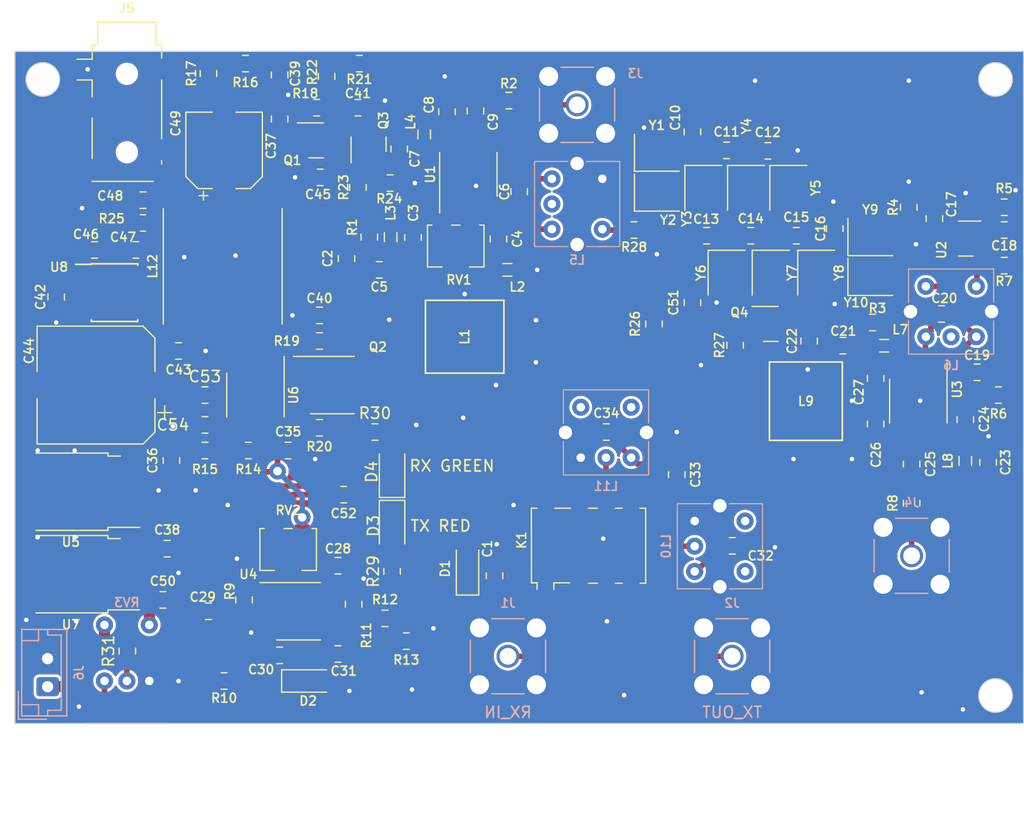
<source format=kicad_pcb>
(kicad_pcb (version 20221018) (generator pcbnew)
  (layers (0 "F.Cu" signal) (31 "B.Cu" signal) (34 "B.Paste" user) (35 "F.Paste" user) (36 "B.SilkS" user "B.Silkscreen") (37 "F.SilkS" user "F.Silkscreen") (38 "B.Mask" user) (39 "F.Mask" user) (44 "Edge.Cuts" user))
  (net 0 "")
  (net 1 "Earth")
  (net 2 "Net-(C2-Pad2)")
  (net 3 "Net-(C4-Pad1)")
  (net 4 "Net-(U1-IN_A)")
  (net 5 "Net-(C3-Pad1)")
  (net 6 "Net-(U1-IN_B)")
  (net 7 "Net-(C5-Pad2)")
  (net 8 "Net-(U1-OUT_A)")
  (net 9 "Net-(U1-OUT_B)")
  (net 10 "+8V")
  (net 11 "Net-(U1-Vcc)")
  (net 12 "Net-(U1-OSC_B)")
  (net 13 "Net-(C16-Pad2)")
  (net 14 "Net-(C9-Pad2)")
  (net 15 "Net-(C10-Pad2)")
  (net 16 "Net-(C11-Pad2)")
  (net 17 "Net-(C12-Pad2)")
  (net 18 "Net-(C13-Pad2)")
  (net 19 "Net-(C14-Pad2)")
  (net 20 "Net-(C15-Pad2)")
  (net 21 "Net-(U2-G2)")
  (net 22 "Net-(U2-S)")
  (net 23 "Net-(U3-IN_B)")
  (net 24 "Net-(U3-IN_A)")
  (net 25 "Net-(C19-Pad2)")
  (net 26 "Net-(C21-Pad1)")
  (net 27 "Net-(U3-Vcc)")
  (net 28 "Net-(U3-OSC_B)")
  (net 29 "Net-(C25-Pad2)")
  (net 30 "/AGC/AGC_IN")
  (net 31 "Net-(U3-OUT_B)")
  (net 32 "Net-(U3-OUT_A)")
  (net 33 "Net-(C27-Pad2)")
  (net 34 "Net-(C26-Pad2)")
  (net 35 "Net-(U4A--)")
  (net 36 "Net-(U4A-+)")
  (net 37 "Net-(D2-A)")
  (net 38 "Net-(D2-K)")
  (net 39 "Net-(C32-Pad2)")
  (net 40 "Net-(C33-Pad1)")
  (net 41 "Net-(Q1-B)")
  (net 42 "Net-(C37-Pad2)")
  (net 43 "Net-(C39-Pad1)")
  (net 44 "Net-(Q3-D)")
  (net 45 "Net-(Q1-C)")
  (net 46 "Net-(U8--)")
  (net 47 "Net-(J1-In)")
  (net 48 "+12V")
  (net 49 "Net-(Q3-G)")
  (net 50 "Net-(C46-Pad1)")
  (net 51 "Net-(C46-Pad2)")
  (net 52 "Net-(J3-In)")
  (net 53 "/Band Pass Filter/BPF_IN")
  (net 54 "/Mixer2/MX2_OUT_TX")
  (net 55 "Net-(U8-BYPASS)")
  (net 56 "/Band Pass Filter/BPF_OUT")
  (net 57 "/Mixer1/MX1_RF_IN")
  (net 59 "/Intermediate Frequency Filter/IF_IN")
  (net 61 "Net-(C48-Pad1)")
  (net 62 "SPK_OUT")
  (net 63 "Net-(J2-In)")
  (net 66 "/Microphone + Audio Amplifier/MIC_OUT")
  (net 67 "+5V")
  (net 68 "Net-(J4-In)")
  (net 70 "+5V_RX")
  (net 71 "+5V_TX")
  (net 72 "/Intermediate Frequency Filter/IF_OUT")
  (net 73 "/AGC/AGC_OUT")
  (net 74 "Net-(R10-Pad1)")
  (net 75 "Net-(U4B--)")
  (net 76 "Net-(J6-Pin_1)")
  (net 77 "Net-(U2-D)")
  (net 80 "Net-(L12-Pad1)")
  (net 81 "Net-(Q2A-G1)")
  (net 82 "Net-(Q2B-G2)")
  (net 84 "Net-(U6A--)")
  (net 85 "Net-(U6A-+)")
  (net 88 "Net-(Q4-D)")
  (net 89 "Net-(Q4-G)")
  (net 90 "Net-(Q4-S)")
  (net 91 "Net-(L5-Pad5)")
  (net 92 "Net-(D3-A)")
  (net 93 "Net-(D4-A)")
  (net 94 "Net-(R31-Pad1)")
  (footprint "Capacitor_SMD:C_0805_2012Metric" (layer "F.Cu") (at 54.61 86.741 180)
    (fp_text reference "C43")
    (fp_text value "106")
  )
  (footprint "Capacitor_SMD:C_0805_2012Metric" (layer "F.Cu") (at 70.739 61.087 180)
    (fp_text reference "R21")
    (fp_text value "102")
  )
  (footprint "Capacitor_SMD:C_0805_2012Metric" (layer "F.Cu") (at 67.183 83.566 180)
    (fp_text reference "C40")
    (fp_text value "106")
  )
  (footprint "Package_TO_SOT_SMD:TO-252-2" (layer "F.Cu") (at 44.998 99.308 180)
    (fp_text reference "U5")
    (fp_text value "L7808")
  )
  (footprint "Capacitor_SMD:C_0805_2012Metric" (layer "F.Cu") (at 73.472 71.755)
    (fp_text reference "R24")
    (fp_text value "103")
  )
  (footprint "Crystal:Crystal_SMD_3225-4Pin_3.2x2.5mm" (layer "F.Cu") (at 111.506 79.756 -90)
    (fp_text reference "Y8")
    (fp_text value "8MHz")
  )
  (footprint "Capacitor_SMD:C_0805_2012Metric" (layer "F.Cu") (at 67.818 62.23 -90)
    (fp_text reference "R22")
    (fp_text value "472")
  )
  (footprint "Capacitor_SMD:C_0805_2012Metric" (layer "F.Cu") (at 67.244 71.247 180)
    (fp_text reference "C45")
    (fp_text value "104")
  )
  (footprint "Inductor_SMD:L_Taiyo-Yuden_NR-10050_9.8x10.0mm" (layer "F.Cu") (at 58.547 79.185 90)
    (fp_text reference "L12")
    (fp_text value "L_Ferrite")
  )
  (footprint "Capacitor_SMD:C_0805_2012Metric" (layer "F.Cu") (at 72.136 93.98)
    (fp_text reference "R30")
    (fp_text value "472")
  )
  (footprint "Capacitor_SMD:C_0805_2012Metric" (layer "F.Cu") (at 116.804 89.193 90)
    (fp_text reference "C27")
    (fp_text value "103")
  )
  (footprint "Capacitor_SMD:C_0805_2012Metric" (layer "F.Cu") (at 104.267 86.233 -90)
    (fp_text reference "R27")
    (fp_text value "103")
  )
  (footprint "Capacitor_SMD:C_0805_2012Metric" (layer "F.Cu") (at 63.627 62.103 -90)
    (fp_text reference "C39")
    (fp_text value "106")
  )
  (footprint "Package_TO_SOT_SMD:SOT-23" (layer "F.Cu") (at 71.562 68.2775 90)
    (fp_text reference "Q3")
    (fp_text value "BS170F")
  )
  (footprint "Package_TO_SOT_SMD:TO-252-2" (layer "F.Cu") (at 44.998 106.674 180)
    (fp_text reference "U7")
    (fp_text value "L7805")
  )
  (footprint "Capacitor_SMD:C_0805_2012Metric" (layer "F.Cu") (at 113.883 86.272 180)
    (fp_text reference "C21")
    (fp_text value "106")
  )
  (footprint "Capacitor_SMD:C_0805_2012Metric" (layer "F.Cu") (at 85 72.517 90)
    (fp_text reference "C6")
    (fp_text value "101")
  )
  (footprint "Capacitor_SMD:C_0805_2012Metric" (layer "F.Cu") (at 95.25 75.946)
    (fp_text reference "R28")
    (fp_text value "470")
  )
  (footprint "Potentiometer_SMD:Potentiometer_Bourns_3224W_Vertical" (layer "F.Cu") (at 64.389 104.468)
    (fp_text reference "RV2")
    (fp_text value "503")
  )
  (footprint "Capacitor_SMD:C_0805_2012Metric" (layer "F.Cu") (at 60.579 61.087 180)
    (fp_text reference "R16")
    (fp_text value "103")
  )
  (footprint "Package_SO:SOIC-8_3.9x4.9mm_P1.27mm" (layer "F.Cu") (at 61.468 90.678 -90)
    (fp_text reference "U6")
    (fp_text value "LM393")
  )
  (footprint "Capacitor_SMD:C_0805_2012Metric" (layer "F.Cu") (at 56.962 95.631 180)
    (fp_text reference "R15")
    (fp_text value "684")
  )
  (footprint "Capacitor_SMD:C_0805_2012Metric" (layer "F.Cu") (at 67.183 85.852 180)
    (fp_text reference "R19")
    (fp_text value "104")
  )
  (footprint "Capacitor_SMD:C_0805_2012Metric" (layer "F.Cu") (at 128.27 79.121)
    (fp_text reference "R7")
    (fp_text value "0")
  )
  (footprint "Capacitor_SMD:C_0805_2012Metric" (layer "F.Cu") (at 63.627 66.04 90)
    (fp_text reference "C37")
    (fp_text value "105")
  )
  (footprint "Capacitor_SMD:C_0805_2012Metric" (layer "F.Cu") (at 43.688 81.915 -90)
    (fp_text reference "C42")
    (fp_text value "222")
  )
  (footprint "Capacitor_SMD:C_0805_2012Metric" (layer "F.Cu") (at 103.505 68.834)
    (fp_text reference "C11")
    (fp_text value "330")
  )
  (footprint "Diode_SMD:D_1206_3216Metric" (layer "F.Cu") (at 73.66 97.536 90)
    (fp_text reference "D4")
    (fp_text value "RX GREEN")
  )
  (footprint "Capacitor_SMD:C_0805_2012Metric" (layer "F.Cu") (at 127.762 90.678 180)
    (fp_text reference "R6")
    (fp_text value "0")
  )
  (footprint "Capacitor_SMD:C_0805_2012Metric" (layer "F.Cu") (at 57.277 61.976 -90)
    (fp_text reference "R17")
    (fp_text value "104")
  )
  (footprint "Inductor_SMD:L_0805_2012Metric" (layer "F.Cu") (at 76.527 67.415 90)
    (fp_text reference "L4")
    (fp_text value "104")
  )
  (footprint "Capacitor_SMD:C_0805_2012Metric" (layer "F.Cu") (at 70.612 65.024 180)
    (fp_text reference "C41")
    (fp_text value "105")
  )
  (footprint "Capacitor_SMD:C_0805_2012Metric" (layer "F.Cu") (at 92.776 93.98)
    (fp_text reference "C34")
    (fp_text value "151")
  )
  (footprint "Capacitor_SMD:C_0805_2012Metric" (layer "F.Cu") (at 113.157 75.819 -90)
    (fp_text reference "C16")
    (fp_text value "330")
  )
  (footprint "Capacitor_SMD:C_0805_2012Metric" (layer "F.Cu") (at 72.517 79.502)
    (fp_text reference "C5")
    (fp_text value "105")
  )
  (footprint "Diode_SMD:D_SOD-123" (layer "F.Cu") (at 66.167 116.205)
    (fp_text reference "D2")
    (fp_text value "MBR0520")
  )
  (footprint "Capacitor_SMD:C_0805_2012Metric" (layer "F.Cu") (at 104.013 104.14 180)
    (fp_text reference "C32")
    (fp_text value "151")
  )
  (footprint "PhilsFootprintLibrary:Relay_DPDT_Omron_G6K-2F-RF" (layer "F.Cu") (at 91.186 104.14 90)
    (fp_text reference "K1")
    (fp_text value "G6K-2F-RF")
  )
  (footprint "Crystal:Crystal_SMD_3225-4Pin_3.2x2.5mm" (layer "F.Cu") (at 107.442 79.756 -90)
    (fp_text reference "Y7")
    (fp_text value "8MHz")
  )
  (footprint "Capacitor_SMD:C_0805_2012Metric" (layer "F.Cu") (at 58.674 116.205)
    (fp_text reference "R10")
    (fp_text value "102")
  )
  (footprint "Crystal:Crystal_SMD_3225-4Pin_3.2x2.5mm" (layer "F.Cu") (at 105.244 72.179 -90)
    (fp_text reference "Y4")
    (fp_text value "8MHz")
  )
  (footprint "Capacitor_SMD:C_0805_2012Metric" (layer "F.Cu") (at 126.837 96.686 90)
    (fp_text reference "C23")
    (fp_text value "104")
  )
  (footprint "Capacitor_SMD:C_0805_2012Metric" (layer "F.Cu") (at 75.531 76.612 90)
    (fp_text reference "C3")
    (fp_text value "103")
  )
  (footprint "Capacitor_SMD:C_0805_2012Metric" (layer "F.Cu") (at 71.628 76.581 -90)
    (fp_text reference "R1")
    (fp_text value "103")
  )
  (footprint "Capacitor_SMD:C_0805_2012Metric" (layer "F.Cu") (at 83.151 76.739 90)
    (fp_text reference "C4")
    (fp_text value "105")
  )
  (footprint "Capacitor_SMD:C_0805_2012Metric" (layer "F.Cu") (at 69.596 78.486 90)
    (fp_text reference "C2")
    (fp_text value "103")
  )
  (footprint "Capacitor_SMD:C_0805_2012Metric" (layer "F.Cu") (at 47.117 77.724)
    (fp_text reference "C46")
    (fp_text value "106")
  )
  (footprint "Capacitor_SMD:C_0805_2012Metric" (layer "F.Cu") (at 56.962 90.678 180)
    (fp_text reference "C53")
    (fp_text value "102")
  )
  (footprint "Capacitor_SMD:C_0805_2012Metric" (layer "F.Cu") (at 68.834 105.918 180)
    (fp_text reference "C28")
    (fp_text value "104")
  )
  (footprint "Capacitor_SMD:C_0805_2012Metric" (layer "F.Cu") (at 84.074 64.389 180)
    (fp_text reference "R2")
    (fp_text value "224")
  )
  (footprint "PhilsFootprintLibrary:Balun_BN-43-2402_SMD" (layer "F.Cu") (at 80.137 85.471 90)
    (fp_text reference "L1")
    (fp_text value "4T:31T")
  )
  (footprint "Capacitor_SMD:C_0805_2012Metric" (layer "F.Cu") (at 100.457 67.183 -90)
    (fp_text reference "C10")
    (fp_text value "330")
  )
  (footprint "Capacitor_SMD:CP_Elec_6.3x3" (layer "F.Cu") (at 58.674 68.834 90)
    (fp_text reference "C49")
    (fp_text value "227")
  )
  (footprint "Capacitor_SMD:C_0805_2012Metric" (layer "F.Cu") (at 70.231 109.347 90)
    (fp_text reference "R11")
    (fp_text value "105")
  )
  (footprint "Capacitor_SMD:C_0805_2012Metric" (layer "F.Cu") (at 63.627 113.919)
    (fp_text reference "C30")
    (fp_text value "104")
  )
  (footprint "Crystal:Crystal_SMD_3225-4Pin_3.2x2.5mm" (layer "F.Cu") (at 116.332 76.581)
    (fp_text reference "Y9")
    (fp_text value "8MHz")
  )
  (footprint "Capacitor_SMD:C_0805_2012Metric" (layer "F.Cu") (at 69.342 99.568 180)
    (fp_text reference "C52")
    (fp_text value "106")
  )
  (footprint "Capacitor_SMD:C_0805_2012Metric" (layer "F.Cu") (at 60.833 95.631 180)
    (fp_text reference "R14")
    (fp_text value "105")
  )
  (footprint "Capacitor_SMD:C_0805_2012Metric" (layer "F.Cu") (at 122.047 74.93 -90)
    (fp_text reference "C17")
    (fp_text value "104")
  )
  (footprint "Capacitor_SMD:C_0805_2012Metric" (layer "F.Cu") (at 60.452 108.966 90)
    (fp_text reference "R9")
    (fp_text value "104")
  )
  (footprint "Capacitor_SMD:C_0805_2012Metric" (layer "F.Cu") (at 53.213 108.966)
    (fp_text reference "C50")
    (fp_text value "104")
  )
  (footprint "Capacitor_SMD:C_0805_2012Metric" (layer "F.Cu") (at 81.099 65.317 90)
    (fp_text reference "C9")
    (fp_text value "104")
  )
  (footprint "Capacitor_SMD:C_0805_2012Metric" (layer "F.Cu") (at 66.929 65.024 180)
    (fp_text reference "R18")
    (fp_text value "104")
  )
  (footprint "Capacitor_SMD:C_0805_2012Metric" (layer "F.Cu") (at 128.27 75.946 180)
    (fp_text reference "C18")
    (fp_text value "104")
  )
  (footprint "Capacitor_SMD:C_0805_2012Metric" (layer "F.Cu") (at 100.457 82.423 90)
    (fp_text reference "C51")
    (fp_text value "104")
  )
  (footprint "Capacitor_SMD:C_0805_2012Metric" (layer "F.Cu") (at 51.435 73.279 180)
    (fp_text reference "C48")
    (fp_text value "473")
  )
  (footprint "Capacitor_SMD:C_0805_2012Metric" (layer "F.Cu") (at 64.389 95.631)
    (fp_text reference "C35")
    (fp_text value "104")
  )
  (footprint "Inductor_SMD:L_0805_2012Metric" (layer "F.Cu") (at 117.566 86.272)
    (fp_text reference "L7")
    (fp_text value "104")
  )
  (footprint "Capacitor_SMD:C_0805_2012Metric" (layer "F.Cu") (at 53.975 96.52 90)
    (fp_text reference "C36")
    (fp_text value "104")
  )
  (footprint "Resistor_SMD:R_0805_2012Metric" (layer "F.Cu") (at 51.435 75.311 180)
    (fp_text reference "R25")
    (fp_text value "47R")
  )
  (footprint "Capacitor_SMD:C_0805_2012Metric" (layer "F.Cu") (at 74.93 112.649 180)
    (fp_text reference "R13")
    (fp_text value "104")
  )
  (footprint "Capacitor_SMD:C_0805_2012Metric" (layer "F.Cu") (at 107.188 68.877)
    (fp_text reference "C12")
    (fp_text value "330")
  )
  (footprint "Package_SO:PowerIntegrations_SO-8" (layer "F.Cu") (at 48.895 81.534)
    (fp_text reference "U8")
    (fp_text value "LM386")
  )
  (footprint "Capacitor_SMD:C_0805_2012Metric" (layer "F.Cu") (at 50.038 113.538 90)
    (fp_text reference "R31")
    (fp_text value "103")
  )
  (footprint "Capacitor_SMD:C_0805_2012Metric" (layer "F.Cu") (at 99.06 97.79 -90)
    (fp_text reference "C33")
    (fp_text value "270")
  )
  (footprint "Capacitor_SMD:C_0805_2012Metric" (layer "F.Cu") (at 128.27 73.914)
    (fp_text reference "R5")
    (fp_text value "221")
  )
  (footprint "Capacitor_SMD:C_0805_2012Metric" (layer "F.Cu") (at 57.277 109.982)
    (fp_text reference "C29")
    (fp_text value "105")
  )
  (footprint "Crystal:Crystal_SMD_3225-4Pin_3.2x2.5mm" (layer "F.Cu") (at 97.282 69.049)
    (fp_text reference "Y1")
    (fp_text value "8MHz")
  )
  (footprint "Crystal:Crystal_SMD_3225-4Pin_3.2x2.5mm" (layer "F.Cu") (at 103.505 79.756 -90)
    (fp_text reference "Y6")
    (fp_text value "8MHz")
  )
  (footprint "Capacitor_SMD:C_0805_2012Metric" (layer "F.Cu") (at 105.664 76.454)
    (fp_text reference "C14")
    (fp_text value "330")
  )
  (footprint "PhilsFootprintLibrary:Balun_BN-43-2402_SMD" (layer "F.Cu") (at 110.581 91.225)
    (fp_text reference "L9")
    (fp_text value "4T:31T")
  )
  (footprint "Capacitor_SMD:C_0805_2012Metric" (layer "F.Cu") (at 74.295 68.707 -90)
    (fp_text reference "C7")
    (fp_text value "104")
  )
  (footprint "Capacitor_SMD:C_0805_2012Metric" (layer "F.Cu") (at 119.761 73.914 90)
    (fp_text reference "R4")
    (fp_text value "471")
  )
  (footprint "Crystal:Crystal_SMD_3225-4Pin_3.2x2.5mm" (layer "F.Cu") (at 97.282 72.605)
    (fp_text reference "Y2")
    (fp_text value "8MHz")
  )
  (footprint "Potentiometer_SMD:Potentiometer_Bourns_3224W_Vertical" (layer "F.Cu") (at 79.341 77.374)
    (fp_text reference "RV1")
    (fp_text value "503")
  )
  (footprint "Package_SO:SO-8_3.9x4.9mm_P1.27mm" (layer "F.Cu") (at 120.614 91.225 -90)
    (fp_text reference "U3")
    (fp_text value "SA612")
  )
  (footprint "Capacitor_SMD:C_0805_2012Metric" (layer "F.Cu") (at 101.727 76.454)
    (fp_text reference "C13")
    (fp_text value "330")
  )
  (footprint "Crystal:Crystal_SMD_3225-4Pin_3.2x2.5mm" (layer "F.Cu") (at 109.018 72.179 -90)
    (fp_text reference "Y5")
    (fp_text value "8MHz")
  )
  (footprint "Inductor_SMD:L_0805_2012Metric" (layer "F.Cu") (at 73.533 76.581 90)
    (fp_text reference "L3")
    (fp_text value "104")
  )
  (footprint "Package_SO:SO-8_3.9x4.9mm_P1.27mm" (layer "F.Cu") (at 65.313 109.982)
    (fp_text reference "U4")
    (fp_text value "LM358")
  )
  (footprint "Package_SO:SOIC-8_3.9x4.9mm_P1.27mm" (layer "F.Cu") (at 68.326 89.789)
    (fp_text reference "Q2")
    (fp_text value "IRF7324")
  )
  (footprint "Package_TO_SOT_SMD:SOT-23" (layer "F.Cu") (at 107.442 84.328)
    (fp_text reference "Q4")
    (fp_text value "BS170F")
  )
  (footprint "Crystal:Crystal_SMD_3225-4Pin_3.2x2.5mm" (layer "F.Cu") (at 116.332 80.137)
    (fp_text reference "Y10")
    (fp_text value "8MHz")
  )
  (footprint "Package_SO:SO-8_3.9x4.9mm_P1.27mm" (layer "F.Cu") (at 80.464 70.971 90)
    (fp_text reference "U1")
    (fp_text value "SA612")
  )
  (footprint "Capacitor_SMD:C_0805_2012Metric" (layer "F.Cu") (at 110.871 85.852 90)
    (fp_text reference "C22")
    (fp_text value "103")
  )
  (footprint "Capacitor_SMD:C_0805_2012Metric" (layer "F.Cu") (at 120.015 100.33 90)
    (fp_text reference "R8")
    (fp_text value "224")
  )
  (footprint "Crystal:Crystal_SMD_3225-4Pin_3.2x2.5mm" (layer "F.Cu") (at 101.434 72.179 -90)
    (fp_text reference "Y3")
    (fp_text value "8MHz")
  )
  (footprint "PhilsFootprintLibrary:Jack_3.5mm_PJ342_Horizontal2" (layer "F.Cu") (at 50 66.3)
    (fp_text reference "J5")
    (fp_text value "AudioJack3_Ground_SwitchTR")
  )
  (footprint "Capacitor_SMD:C_0805_2012Metric" (layer "F.Cu") (at 70.612 72.136 90)
    (fp_text reference "R23")
    (fp_text value "104")
  )
  (footprint "Capacitor_SMD:C_0805_2012Metric" (layer "F.Cu") (at 53.594 104.394)
    (fp_text reference "C38")
    (fp_text value "104")
  )
  (footprint "Inductor_SMD:L_0805_2012Metric" (layer "F.Cu") (at 124.805 96.559 90)
    (fp_text reference "L8")
    (fp_text value "104")
  )
  (footprint "Capacitor_SMD:C_0805_2012Metric" (layer "F.Cu") (at 82.804 106.807 -90)
    (fp_text reference "C1")
    (fp_text value "104")
  )
  (footprint "Capacitor_SMD:C_0805_2012Metric" (layer "F.Cu") (at 97.028 84.328 90)
    (fp_text reference "R26")
    (fp_text value "104")
  )
  (footprint "Capacitor_SMD:C_0805_2012Metric" (layer "F.Cu") (at 120.015 96.84 -90)
    (fp_text reference "C25")
    (fp_text value "104")
  )
  (footprint "Diode_SMD:D_1206_3216Metric" (layer "F.Cu") (at 73.66 102.362 -90)
    (fp_text reference "D3")
    (fp_text value "TX RED")
  )
  (footprint "Capacitor_SMD:C_0805_2012Metric" (layer "F.Cu") (at 122.682 83.439)
    (fp_text reference "C20")
    (fp_text value "101")
  )
  (footprint "Capacitor_SMD:C_0805_2012Metric" (layer "F.Cu") (at 73.66 106.426 90)
    (fp_text reference "R29")
    (fp_text value "472")
  )
  (footprint "Capacitor_SMD:C_0805_2012Metric" (layer "F.Cu") (at 56.962 93.345 180)
    (fp_text reference "C54")
    (fp_text value "104")
  )
  (footprint "Capacitor_SMD:C_0805_2012Metric" (layer "F.Cu") (at 50.8 77.724)
    (fp_text reference "C47")
    (fp_text value "106")
  )
  (footprint "Package_TO_SOT_SMD:SOT-143R" (layer "F.Cu") (at 124.841 76.708 -90)
    (fp_text reference "U2")
    (fp_text value "BF998R")
  )
  (footprint "Capacitor_SMD:C_0805_2012Metric" (layer "F.Cu") (at 116.525 84.201)
    (fp_text reference "R3")
    (fp_text value "104")
  )
  (footprint "Capacitor_SMD:CP_Elec_10x12.6" (layer "F.Cu") (at 47.244 89.789 180)
    (fp_text reference "C44")
    (fp_text value "227")
  )
  (footprint "Package_TO_SOT_SMD:SOT-23" (layer "F.Cu") (at 66.8805 67.945)
    (fp_text reference "Q1")
    (fp_text value "S9014")
  )
  (footprint "Capacitor_SMD:C_0805_2012Metric" (layer "F.Cu") (at 68.834 113.792 180)
    (fp_text reference "C31")
    (fp_text value "106")
  )
  (footprint "Inductor_SMD:L_0805_2012Metric" (layer "F.Cu") (at 83.947 79.502)
    (fp_text reference "L2")
    (fp_text value "104")
  )
  (footprint "Capacitor_SMD:C_0805_2012Metric" (layer "F.Cu") (at 78.559 65.383 90)
    (fp_text reference "C8")
    (fp_text value "104")
  )
  (footprint "Capacitor_SMD:C_0805_2012Metric" (layer "F.Cu") (at 125.857 88.646)
    (fp_text reference "C19")
    (fp_text value "104")
  )
  (footprint "Capacitor_SMD:C_0805_2012Metric" (layer "F.Cu") (at 124.805 92.876 90)
    (fp_text reference "C24")
    (fp_text value "104")
  )
  (footprint "Capacitor_SMD:C_0805_2012Metric" (layer "F.Cu") (at 109.728 76.454)
    (fp_text reference "C15")
    (fp_text value "330")
  )
  (footprint "Capacitor_SMD:C_0805_2012Metric" (layer "F.Cu") (at 67.183 93.599 180)
    (fp_text reference "R20")
    (fp_text value "104")
  )
  (footprint "Capacitor_SMD:C_0805_2012Metric" (layer "F.Cu") (at 73.025 110.617)
    (fp_text reference "R12")
    (fp_text value "102")
  )
  (footprint "Diode_SMD:D_SOD-123" (layer "F.Cu") (at 80.391 106.172 90)
    (fp_text reference "D1")
    (fp_text value "1N4148W")
  )
  (footprint "Capacitor_SMD:C_0805_2012Metric" (layer "F.Cu") (at 116.804 93.257 -90)
    (fp_text reference "C26")
    (fp_text value "103")
  )
  (footprint "PhilsFootprintLibrary:L_Coilcraft_Slot7_15" (layer "B.Cu") (at 92.746 94.016)
    (fp_text reference "L11")
    (fp_text value "18T+13T")
  )
  (footprint "PhilsFootprintLibrary:L_Coilcraft_Slot7_15" (layer "B.Cu") (at 90.17 73.621 -90)
    (fp_text reference "L5")
    (fp_text value "9T+9T:7T")
  )
  (footprint "Connector_Coaxial:SMA_Amphenol_901-144_Vertical" (layer "B.Cu") (at 90.17 64.77 180)
    (fp_text reference "J3")
    (fp_text value "VFO1")
  )
  (footprint "PhilsFootprintLibrary:L_Coilcraft_Slot7_15" (layer "B.Cu") (at 123.535 83.224)
    (fp_text reference "L6")
    (fp_text value "9T+9T:7T")
  )
  (footprint "Connector_JST:JST_EH_B2B-EH-A_1x02_P2.50mm_Vertical" (layer "B.Cu") (at 42.926 116.713 90)
    (fp_text reference "J6")
    (fp_text value "Conn_01x02")
  )
  (footprint "Connector_Coaxial:SMA_Amphenol_901-144_Vertical" (layer "B.Cu") (at 84 114 180)
    (fp_text reference "J1")
    (fp_text value "RX_IN")
  )
  (footprint "Connector_Coaxial:SMA_Amphenol_901-144_Vertical" (layer "B.Cu") (at 120.015 105.029 180)
    (fp_text reference "J4")
    (fp_text value "VFO2")
  )
  (footprint "PhilsFootprintLibrary:Potentiometer_Switch" (layer "B.Cu") (at 50 116.2 180)
    (fp_text reference "RV3")
    (fp_text value "R_Potentiometer_Switch")
    (fp_line (start -3.8 -3.8) (end 3.8 -3.8) (stroke (width 0.12)) (layer "Edge.Cuts"))
  )
  (footprint "Connector_Coaxial:SMA_Amphenol_901-144_Vertical" (layer "B.Cu") (at 104 114 180)
    (fp_text reference "J2")
    (fp_text value "TX_OUT")
  )
  (footprint "PhilsFootprintLibrary:L_Coilcraft_Slot7_15" (layer "B.Cu") (at 102.906 104.176 -90)
    (fp_text reference "L10")
    (fp_text value "18T+13T")
  )
  (gr_line (start 40 120) (end 40 60) (stroke (width 0.1)) (layer "Edge.Cuts"))
  (gr_circle (center 42.5 62.5) (end 44 62.5) (stroke (width 0.1)) (fill none) (layer "Edge.Cuts"))
  (gr_line (start 40 60) (end 130 60) (stroke (width 0.1)) (layer "Edge.Cuts"))
  (gr_circle (center 127.5 117.5) (end 129 117.5) (stroke (width 0.1)) (fill none) (layer "Edge.Cuts"))
  (gr_line (start 130 60) (end 130 120) (stroke (width 0.1)) (layer "Edge.Cuts"))
  (gr_line (start 130 120) (end 53.8 120) (stroke (width 0.1)) (layer "Edge.Cuts"))
  (gr_line (start 46.2 120) (end 40 120) (stroke (width 0.1)) (layer "Edge.Cuts"))
  (gr_circle (center 127.5 62.5) (end 129 62.5) (stroke (width 0.1)) (fill none) (layer "Edge.Cuts"))
  (segment (start 81.099 72.063) (end 81.153 72.009) (width 0.5) (layer "F.Cu") (net 1))
  (segment (start 81.099 73.546) (end 81.099 72.063) (width 0.5) (layer "F.Cu") (net 1))
  (via (at 75.438 116.967) (size 0.8) (drill 0.4) (layers "F.Cu" "B.Cu") (net 1))
  (via (at 113.157 82.55) (size 0.8) (drill 0.4) (layers "F.Cu" "B.Cu") (net 1))
  (via (at 43.688 84.201) (size 0.8) (drill 0.4) (layers "F.Cu" "B.Cu") (net 1))
  (via (at 97.282 78.105) (size 0.8) (drill 0.4) (layers "F.Cu" "B.Cu") (net 1))
  (via (at 42.037 95.631) (size 0.8) (drill 0.4) (layers "F.Cu" "B.Cu") (net 1))
  (via (at 129.286 72.39) (size 0.8) (drill 0.4) (layers "F.Cu" "B.Cu") (net 1))
  (via (at 119.761 62.611) (size 0.8) (drill 0.4) (layers "F.Cu" "B.Cu") (net 1))
  (via (at 107.823 104.267) (size 0.8) (drill 0.4) (layers "F.Cu" "B.Cu") (net 1))
  (via (at 92.837 110.871) (size 0.8) (drill 0.4) (layers "F.Cu" "B.Cu") (net 1))
  (via (at 110.744 88.392) (size 0.8) (drill 0.4) (layers "F.Cu" "B.Cu") (net 1))
  (via (at 119.761 71.628) (size 0.8) (drill 0.4) (layers "F.Cu" "B.Cu") (net 1))
  (via (at 86.614 79.502) (size 0.8) (drill 0.4) (layers "F.Cu" "B.Cu") (net 1))
  (via (at 66.802 96.393) (size 0.8) (drill 0.4) (layers "F.Cu" "B.Cu") (net 1))
  (via (at 114.681 91.186) (size 0.8) (drill 0.4) (layers "F.Cu" "B.Cu") (net 1))
  (via (at 46 74) (size 0.8) (drill 0.4) (layers "F.Cu" "B.Cu") (net 1))
  (via (at 83 104) (size 0.8) (drill 0.4) (layers "F.Cu" "B.Cu") (net 1))
  (via (at 126.873 94.361) (size 0.8) (drill 0.4) (layers "F.Cu" "B.Cu") (net 1))
  (via (at 120.904 117.221) (size 0.8) (drill 0.4) (layers "F.Cu" "B.Cu") (net 1))
  (via (at 109.855 68.834) (size 0.8) (drill 0.4) (layers "F.Cu" "B.Cu") (net 1))
  (via (at 80.137 81.661) (size 0.8) (drill 0.4) (layers "F.Cu" "B.Cu") (net 1))
  (via (at 61.087 111.887) (size 0.8) (drill 0.4) (layers "F.Cu" "B.Cu") (net 1))
  (via (at 54.102 93.472) (size 0.8) (drill 0.4) (layers "F.Cu" "B.Cu") (net 1))
  (via (at 54.61 106.553) (size 0.8) (drill 0.4) (layers "F.Cu" "B.Cu") (net 1))
  (via (at 45.339 95.631) (size 0.8) (drill 0.4) (layers "F.Cu" "B.Cu") (net 1))
  (via (at 73.406 83.947) (size 0.8) (drill 0.4) (layers "F.Cu" "B.Cu") (net 1))
  (via (at 99.06 93.98) (size 0.8) (drill 0.4) (layers "F.Cu" "B.Cu") (net 1))
  (via (at 81.153 72.009) (size 0.8) (drill 0.4) (layers "F.Cu" "B.Cu") (net 1))
  (via (at 54.61 116.205) (size 0.8) (drill 0.4) (layers "F.Cu" "B.Cu") (net 1))
  (via (at 96.139 66.802) (size 0.8) (drill 0.4) (layers "F.Cu" "B.Cu") (net 1))
  (via (at 71.12 107.061) (size 0.8) (drill 0.4) (layers "F.Cu" "B.Cu") (net 1))
  (via (at 78.359 62.23) (size 0.8) (drill 0.4) (layers "F.Cu" "B.Cu") (net 1))
  (via (at 84.5 100.5) (size 0.8) (drill 0.4) (layers "F.Cu" "B.Cu") (net 1))
  (via (at 120.396 77.216) (size 0.8) (drill 0.4) (layers "F.Cu" "B.Cu") (net 1))
  (via (at 45.72 118.491) (size 0.8) (drill 0.4) (layers "F.Cu" "B.Cu") (net 1))
  (via (at 64.77 83.566) (size 0.8) (drill 0.4) (layers "F.Cu" "B.Cu") (net 1))
  (via (at 45.466 110.871) (size 0.8) (drill 0.4) (layers "F.Cu" "B.Cu") (net 1))
  (via (at 73.025 64.389) (size 0.8) (drill 0.4) (layers "F.Cu" "B.Cu") (net 1))
  (via (at 101.219 88.011) (size 0.8) (drill 0.4) (layers "F.Cu" "B.Cu") (net 1))
  (via (at 45.339 103.378) (size 0.8) (drill 0.4) (layers "F.Cu" "B.Cu") (net 1))
  (via (at 59 100.5) (size 0.8) (drill 0.4) (layers "F.Cu" "B.Cu") (net 1))
  (via (at 113.03 73.406) (size 0.8) (drill 0.4) (layers "F.Cu" "B.Cu") (net 1))
  (via (at 109.474 96.393) (size 0.8) (drill 0.4) (layers "F.Cu" "B.Cu") (net 1))
  (via (at 75.692 71.755) (size 0.8) (drill 0.4) (layers "F.Cu" "B.Cu") (net 1))
  (via (at 52.832 99.187) (size 0.8) (drill 0.4) (layers "F.Cu" "B.Cu") (net 1))
  (via (at 57.023 86.741) (size 0.8) (drill 0.4) (layers "F.Cu" "B.Cu") (net 1))
  (via (at 75.819 93.345) (size 0.8) (drill 0.4) (layers "F.Cu" "B.Cu") (net 1))
  (via (at 42.037 103.378) (size 0.8) (drill 0.4) (layers "F.Cu" "B.Cu") (net 1))
  (via (at 59.817 105.283) (size 0.8) (drill 0.4) (layers "F.Cu" "B.Cu") (net 1))
  (via (at 64.389 63.881) (size 0.8) (drill 0.4) (layers "F.Cu" "B.Cu") (net 1))
  (via (at 80.01 92.71) (size 0.8) (drill 0.4) (layers "F.Cu" "B.Cu") (net 1))
  (via (at 56.134 99.187) (size 0.8) (drill 0.4) (layers "F.Cu" "B.Cu") (net 1))
  (via (at 46.5 61.6) (size 0.8) (drill 0.4) (layers "F.Cu" "B.Cu") (net 1))
  (via (at 86.487 87.757) (size 0.8) (drill 0.4) (layers "F.Cu" "B.Cu") (net 1))
  (via (at 55.118 78.359) (size 0.8) (drill 0.4) (layers "F.Cu" "B.Cu") (net 1))
  (via (at 77.343 111.506) (size 0.8) (drill 0.4) (layers "F.Cu" "B.Cu") (net 1))
  (via (at 59.69 78.232) (size 0.8) (drill 0.4) (layers "F.Cu" "B.Cu") (net 1))
  (via (at 86.5 84) (size 0.8) (drill 0.4) (layers "F.Cu" "B.Cu") (net 1))
  (via (at 82.931 89.789) (size 0.8) (drill 0.4) (layers "F.Cu" "B.Cu") (net 1))
  (via (at 94.361 117.475) (size 0.8) (drill 0.4) (layers "F.Cu" "B.Cu") (net 1))
  (via (at 124.587 118.745) (size 0.8) (drill 0.4) (layers "F.Cu" "B.Cu") (net 1))
  (via (at 102.616 82.423) (size 0.8) (drill 0.4) (layers "F.Cu" "B.Cu") (net 1))
  (via (at 124.841 72.644) (size 0.8) (drill 0.4) (layers "F.Cu" "B.Cu") (net 1))
  (via (at 120.777 91.186) (size 0.8) (drill 0.4) (layers "F.Cu" "B.Cu") (net 1))
  (via (at 69.85 117.094) (size 0.8) (drill 0.4) (layers "F.Cu" "B.Cu") (net 1))
  (via (at 114.681 96.393) (size 0.8) (drill 0.4) (layers "F.Cu" "B.Cu") (net 1))
  (via (at 65 71.247) (size 0.8) (drill 0.4) (layers "F.Cu" "B.Cu") (net 1))
  (via (at 41.021 110.744) (size 0.8) (drill 0.4) (layers "F.Cu" "B.Cu") (net 1))
  (via (at 106.045 62.611) (size 0.8) (drill 0.4) (layers "F.Cu" "B.Cu") (net 1))
  (via (at 92.5 103.5) (size 0.8) (drill 0.4) (layers "F.Cu" "B.Cu") (net 1))
  (segment (start 71.628 77.531) (end 71.628 79.441) (width 0.5) (layer "F.Cu") (net 2))
  (segment (start 71.628 79.441) (end 71.567 79.502) (width 0.5) (layer "F.Cu") (net 2))
  (segment (start 69.601 77.531) (end 69.596 77.536) (width 0.5) (layer "F.Cu") (net 2))
  (segment (start 71.628 77.531) (end 69.601 77.531) (width 0.5) (layer "F.Cu") (net 2))
  (segment (start 83.151 77.689) (end 83.151 79.2355) (width 0.5) (layer "F.Cu") (net 3))
  (segment (start 83.151 79.2355) (end 82.8845 79.502) (width 0.5) (layer "F.Cu") (net 3))
  (segment (start 82.8845 79.502) (end 82.8845 81.2185) (width 0.5) (layer "F.Cu") (net 3))
  (segment (start 82.8845 81.2185) (end 82.887 81.221) (width 0.5) (layer "F.Cu") (net 3))
  (segment (start 77.829 75.662) (end 78.091 75.924) (width 0.5) (layer "F.Cu") (net 4))
  (segment (start 78.559 75.456) (end 78.091 75.924) (width 0.5) (layer "F.Cu") (net 4))
  (segment (start 73.6765 75.662) (end 73.533 75.5185) (width 0.5) (layer "F.Cu") (net 4))
  (segment (start 78.559 73.546) (end 78.559 75.456) (width 0.5) (layer "F.Cu") (net 4))
  (segment (start 75.531 75.662) (end 73.6765 75.662) (width 0.5) (layer "F.Cu") (net 4))
  (segment (start 75.531 75.662) (end 77.829 75.662) (width 0.5) (layer "F.Cu") (net 4))
  (segment (start 77.387 81.221) (end 77.387 79.418) (width 0.5) (layer "F.Cu") (net 5))
  (segment (start 77.387 79.418) (end 75.531 77.562) (width 0.5) (layer "F.Cu") (net 5))
  (segment (start 79.829 73.546) (end 79.829 75.162) (width 0.5) (layer "F.Cu") (net 6))
  (segment (start 79.829 75.162) (end 80.591 75.924) (width 0.5) (layer "F.Cu") (net 6))
  (segment (start 83.151 75.789) (end 80.726 75.789) (width 0.5) (layer "F.Cu") (net 6))
  (segment (start 80.726 75.789) (end 80.591 75.924) (width 0.5) (layer "F.Cu") (net 6))
  (segment (start 73.533 77.6435) (end 73.533 79.436) (width 0.5) (layer "F.Cu") (net 7))
  (segment (start 73.533 79.436) (end 73.467 79.502) (width 0.5) (layer "F.Cu") (net 7))
  (segment (start 85.471 73.938) (end 85.471 75.438) (width 0.5) (layer "F.Cu") (net 8))
  (segment (start 82.369 73.546) (end 84.921 73.546) (width 0.5) (layer "F.Cu") (net 8))
  (segment (start 85 73.467) (end 85.471 73.938) (width 0.5) (layer "F.Cu") (net 8))
  (segment (start 84.921 73.546) (end 85 73.467) (width 0.5) (layer "F.Cu") (net 8))
  (segment (start 85.904 75.871) (end 87.92 75.871) (width 0.5) (layer "F.Cu") (net 8))
  (segment (start 85.471 75.438) (end 85.904 75.871) (width 0.5) (layer "F.Cu") (net 8))
  (segment (start 82.369 68.396) (end 82.369 70.939) (width 0.5) (layer "F.Cu") (net 9))
  (segment (start 82.369 70.939) (end 82.931 71.501) (width 0.5) (layer "F.Cu") (net 9))
  (segment (start 82.931 71.501) (end 83.061 71.371) (width 0.5) (layer "F.Cu") (net 9))
  (segment (start 83.061 71.371) (end 87.92 71.371) (width 0.5) (layer "F.Cu") (net 9))
  (segment (start 72.121 60.655) (end 71.689 61.087) (width 0.5) (layer "F.Cu") (net 10))
  (segment (start 52.832 97.536) (end 50.344 97.536) (width 0.5) (layer "F.Cu") (net 10))
  (segment (start 128.712 90.678) (end 128.712 81.595) (width 0.5) (layer "F.Cu") (net 10))
  (segment (start 128 100.8165) (end 124.805 97.6215) (width 0.5) (layer "F.Cu") (net 10))
  (segment (start 121.666 119.126) (end 123 117.792) (width 0.5) (layer "F.Cu") (net 10))
  (segment (start 128 110) (end 128 100.8165) (width 0.5) (layer "F.Cu") (net 10))
  (segment (start 67.114472 108.397) (end 66.548 108.963472) (width 0.5) (layer "F.Cu") (net 10))
  (segment (start 65.639 103.018) (end 65.639 103.673) (width 0.5) (layer "F.Cu") (net 10))
  (segment (start 65.639 101.6) (end 65.639 103.018) (width 0.5) (layer "F.Cu") (net 10))
  (segment (start 75.8065 67.757) (end 76.527 68.4775) (width 0.5) (layer "F.Cu") (net 10))
  (segment (start 126.8225 97.6215) (end 126.837 97.636) (width 0.5) (layer "F.Cu") (net 10))
  (segment (start 61.783 95.631) (end 63.688 95.631) (width 0.5) (layer "F.Cu") (net 10))
  (segment (start 120.345 60.655) (end 72.121 60.655) (width 0.5) (layer "F.Cu") (net 10))
  (segment (start 128.651 95.822) (end 126.837 97.636) (width 0.5) (layer "F.Cu") (net 10))
  (segment (start 128.712 81.595) (end 128.27 81.153) (width 0.5) (layer "F.Cu") (net 10))
  (segment (start 70.231 108.397) (end 67.114472 108.397) (width 0.5) (layer "F.Cu") (net 10))
  (segment (start 67.888 108.077) (end 69.911 108.077) (width 0.5) (layer "F.Cu") (net 10))
  (segment (start 63.373 95.316) (end 63.754 95.697) (width 0.5) (layer "F.Cu") (net 10))
  (segment (start 63.373 93.153) (end 63.373 95.316) (width 0.5) (layer "F.Cu") (net 10))
  (segment (start 66.548 118.11) (end 67.564 119.126) (width 0.5) (layer "F.Cu") (net 10))
  (segment (start 67.888 105.922) (end 67.884 105.918) (width 0.5) (layer "F.Cu") (net 10))
  (segment (start 67.564 119.126) (end 121.666 119.126) (width 0.5) (layer "F.Cu") (net 10))
  (segment (start 74.295 67.757) (end 75.8065 67.757) (width 0.5) (layer "F.Cu") (net 10))
  (segment (start 128.27 81.153) (end 128.27 68.58) (width 0.5) (layer "F.Cu") (net 10))
  (segment (start 63.439 97.47) (end 63.373 97.536) (width 0.5) (layer "F.Cu") (net 10))
  (segment (start 128.27 68.58) (end 120.345 60.655) (width 0.5) (layer "F.Cu") (net 10))
  (segment (start 69.911 108.077) (end 70.231 108.397) (width 0.5) (layer "F.Cu") (net 10))
  (segment (start 124.805 97.6215) (end 126.8225 97.6215) (width 0.5) (layer "F.Cu") (net 10))
  (segment (start 128.651 90.231) (end 128.651 95.822) (width 0.5) (layer "F.Cu") (net 10))
  (segment (start 63.688 95.631) (end 63.754 95.697) (width 0.5) (layer "F.Cu") (net 10))
  (segment (start 123 115) (end 128 110) (width 0.5) (layer "F.Cu") (net 10))
  (segment (start 67.888 108.077) (end 67.888 105.922) (width 0.5) (layer "F.Cu") (net 10))
  (segment (start 66.548 108.963472) (end 66.548 118.11) (width 0.5) (layer "F.Cu") (net 10))
  (segment (start 50.344 97.536) (end 49.975 97.167) (width 0.5) (layer "F.Cu") (net 10))
  (segment (start 63.439 95.631) (end 63.439 97.47) (width 0.5) (layer "F.Cu") (net 10))
  (segment (start 74.295 63.693) (end 74.295 67.757) (width 0.5) (layer "F.Cu") (net 10))
  (segment (start 63.373 97.536) (end 52.832 97.536) (width 0.5) (layer "F.Cu") (net 10))
  (segment (start 65.639 103.673) (end 67.884 105.918) (width 0.5) (layer "F.Cu") (net 10))
  (segment (start 71.689 61.087) (end 74.295 63.693) (width 0.5) (layer "F.Cu") (net 10))
  (segment (start 123 117.792) (end 123 115) (width 0.5) (layer "F.Cu") (net 10))
  (via (at 63.439 97.47) (size 1.5) (drill 0.762) (layers "F.Cu" "B.Cu") (net 10))
  (via (at 65.639 101.6) (size 1.5) (drill 0.762) (layers "F.Cu" "B.Cu") (net 10))
  (segment (start 65.639 101.6) (end 65.639 99.67) (width 0.5) (layer "B.Cu") (net 10))
  (segment (start 65.639 99.67) (end 63.439 97.47) (width 0.5) (layer "B.Cu") (net 10))
  (segment (start 78.559 66.333) (end 76.5465 66.333) (width 0.5) (layer "F.Cu") (net 11))
  (segment (start 76.5465 66.333) (end 76.527 66.3525) (width 0.5) (layer "F.Cu") (net 11))
  (segment (start 78.559 66.333) (end 78.559 68.396) (width 0.5) (layer "F.Cu") (net 11))
  (segment (start 81.099 68.396) (end 81.099 66.267) (width 0.5) (layer "F.Cu") (net 12))
  (segment (start 112.356 80.856) (end 113.792 80.856) (width 0.5) (layer "F.Cu") (net 13))
  (segment (start 113.792 80.856) (end 115.101 80.856) (width 0.5) (layer "F.Cu") (net 13))
  (segment (start 113.819 77.431) (end 115.232 77.431) (width 0.5) (layer "F.Cu") (net 13))
  (segment (start 113.792 80.856) (end 113.792 77.458) (width 0.5) (layer "F.Cu") (net 13))
  (segment (start 115.101 80.856) (end 115.232 80.987) (width 0.5) (layer "F.Cu") (net 13))
  (segment (start 113.792 77.458) (end 113.819 77.431) (width 0.5) (layer "F.Cu") (net 13))
  (segment (start 113.157 76.769) (end 113.819 77.431) (width 0.5) (layer "F.Cu") (net 13))
  (segment (start 83.102 64.367) (end 83.124 64.389) (width 0.5) (layer "F.Cu") (net 14))
  (segment (start 81.099 64.367) (end 83.102 64.367) (width 0.5) (layer "F.Cu") (net 14))
  (segment (start 98.382 71.755) (end 99.908 71.755) (width 0.5) (layer "F.Cu") (net 15))
  (segment (start 98.382 68.199) (end 100.391 68.199) (width 0.5) (layer "F.Cu") (net 15))
  (segment (start 99.908 71.755) (end 100.584 71.079) (width 0.5) (layer "F.Cu") (net 15))
  (segment (start 100.391 68.199) (end 100.457 68.133) (width 0.5) (layer "F.Cu") (net 15))
  (segment (start 100.584 68.26) (end 100.457 68.133) (width 0.5) (layer "F.Cu") (net 15))
  (segment (start 100.584 71.079) (end 100.584 68.26) (width 0.5) (layer "F.Cu") (net 15))
  (segment (start 104.394 71.079) (end 104.394 68.895) (width 0.5) (layer "F.Cu") (net 16))
  (segment (start 102.284 73.279) (end 102.284 73.189) (width 0.5) (layer "F.Cu") (net 16))
  (segment (start 104.394 68.895) (end 104.455 68.834) (width 0.5) (layer "F.Cu") (net 16))
  (segment (start 102.284 73.189) (end 104.394 71.079) (width 0.5) (layer "F.Cu") (net 16))
  (segment (start 108.168 71.079) (end 108.168 68.907) (width 0.5) (layer "F.Cu") (net 17))
  (segment (start 108.168 68.907) (end 108.138 68.877) (width 0.5) (layer "F.Cu") (net 17))
  (segment (start 106.094 73.153) (end 108.168 71.079) (width 0.5) (layer "F.Cu") (net 17))
  (segment (start 106.094 73.279) (end 106.094 73.153) (width 0.5) (layer "F.Cu") (net 17))
  (segment (start 108.717 74.93) (end 103.378 74.93) (width 0.5) (layer "F.Cu") (net 18))
  (segment (start 102.655 76.476) (end 102.677 76.454) (width 0.5) (layer "F.Cu") (net 18))
  (segment (start 102.677 75.631) (end 102.677 76.454) (width 0.5) (layer "F.Cu") (net 18))
  (segment (start 109.868 73.779) (end 108.717 74.93) (width 0.5) (layer "F.Cu") (net 18))
  (segment (start 109.868 73.279) (end 109.868 73.779) (width 0.5) (layer "F.Cu") (net 18))
  (segment (start 102.655 78.656) (end 102.655 76.476) (width 0.5) (layer "F.Cu") (net 18))
  (segment (start 103.378 74.93) (end 102.677 75.631) (width 0.5) (layer "F.Cu") (net 18))
  (segment (start 104.355 80.856) (end 104.392 80.856) (width 0.5) (layer "F.Cu") (net 19))
  (segment (start 104.392 80.856) (end 106.592 78.656) (width 0.5) (layer "F.Cu") (net 19))
  (segment (start 106.614 76.454) (end 106.614 78.634) (width 0.5) (layer "F.Cu") (net 19))
  (segment (start 106.614 78.634) (end 106.592 78.656) (width 0.5) (layer "F.Cu") (net 19))
  (segment (start 110.678 76.454) (end 110.678 78.634) (width 0.5) (layer "F.Cu") (net 20))
  (segment (start 110.678 78.634) (end 110.656 78.656) (width 0.5) (layer "F.Cu") (net 20))
  (segment (start 108.292 80.856) (end 108.456 80.856) (width 0.5) (layer "F.Cu") (net 20))
  (segment (start 108.456 80.856) (end 110.656 78.656) (width 0.5) (layer "F.Cu") (net 20))
  (segment (start 122.428 77.658) (end 122.428 76.261) (width 0.5) (layer "F.Cu") (net 21))
  (segment (start 119.126 80.645) (end 122.113 77.658) (width 0.5) (layer "F.Cu") (net 21))
  (segment (start 122.428 76.261) (end 122.047 75.88) (width 0.5) (layer "F.Cu") (net 21))
  (segment (start 117.475 84.201) (end 117.475 83.312) (width 0.5) (layer "F.Cu") (net 21))
  (segment (start 122.113 77.658) (end 122.428 77.658) (width 0.5) (layer "F.Cu") (net 21))
  (segment (start 123.841 77.658) (end 122.428 77.658) (width 0.5) (layer "F.Cu") (net 21))
  (segment (start 119.126 81.661) (end 119.126 80.645) (width 0.5) (layer "F.Cu") (net 21))
  (segment (start 117.475 83.312) (end 119.126 81.661) (width 0.5) (layer "F.Cu") (net 21))
  (segment (start 125.841 75.958) (end 127.308 75.958) (width 0.5) (layer "F.Cu") (net 22))
  (segment (start 127.308 75.958) (end 127.32 75.946) (width 0.5) (layer "F.Cu") (net 22))
  (segment (start 127.32 73.914) (end 127.32 75.946) (width 0.5) (layer "F.Cu") (net 22))
  (segment (start 121.249 85.51) (end 121.285 85.474) (width 0.5) (layer "F.Cu") (net 23))
  (segment (start 121.732 83.439) (end 121.732 85.027) (width 0.5) (layer "F.Cu") (net 23))
  (segment (start 121.732 85.027) (end 121.285 85.474) (width 0.5) (layer "F.Cu") (net 23))
  (segment (start 121.249 88.65) (end 121.249 85.51) (width 0.5) (layer "F.Cu") (net 23))
  (segment (start 123.632 83.439) (end 123.75 83.439) (width 0.5) (layer "F.Cu") (net 24))
  (segment (start 125.695 85.474) (end 122.519 88.65) (width 0.5) (layer "F.Cu") (net 24))
  (segment (start 123.75 83.439) (end 125.785 85.474) (width 0.5) (layer "F.Cu") (net 24))
  (segment (start 125.785 85.474) (end 125.695 85.474) (width 0.5) (layer "F.Cu") (net 24))
  (segment (start 121.285 80.974) (end 123.135051 80.974) (width 0.5) (layer "F.Cu") (net 25))
  (segment (start 123.135051 80.974) (end 127.127 84.965949) (width 0.5) (layer "F.Cu") (net 25))
  (segment (start 126.812 90.678) (end 126.812 88.651) (width 0.5) (layer "F.Cu") (net 25))
  (segment (start 127.127 88.326) (end 126.807 88.646) (width 0.5) (layer "F.Cu") (net 25))
  (segment (start 127.127 84.965949) (end 127.127 88.326) (width 0.5) (layer "F.Cu") (net 25))
  (segment (start 126.812 88.651) (end 126.807 88.646) (width 0.5) (layer "F.Cu") (net 25))
  (segment (start 116.5035 86.272) (end 114.833 86.272) (width 0.5) (layer "F.Cu") (net 26))
  (segment (start 124.805 95.4965) (end 124.805 93.826) (width 0.5) (layer "F.Cu") (net 27))
  (segment (start 124.779 93.8) (end 124.805 93.826) (width 0.5) (layer "F.Cu") (net 27))
  (segment (start 122.519 93.8) (end 124.779 93.8) (width 0.5) (layer "F.Cu") (net 27))
  (segment (start 119.979 96.173) (end 119.974 96.178) (width 0.5) (layer "F.Cu") (net 28))
  (segment (start 119.979 93.8) (end 119.979 96.173) (width 0.5) (layer "F.Cu") (net 28))
  (segment (start 120.015 99.38) (end 120.015 97.79) (width 0.5) (layer "F.Cu") (net 29))
  (segment (start 61.849 99.568) (end 56.261 105.156) (width 0.5) (layer "F.Cu") (net 30))
  (segment (start 55.499 118.491) (end 48.768 118.491) (width 0.5) (layer "F.Cu") (net 30))
  (segment (start 68.392 99.568) (end 61.849 99.568) (width 0.5) (layer "F.Cu") (net 30))
  (segment (start 56.261 105.156) (end 56.261 117.729) (width 0.5) (layer "F.Cu") (net 30))
  (segment (start 48.768 118.491) (end 48 117.723) (width 0.5) (layer "F.Cu") (net 30))
  (segment (start 48 117.723) (end 48 116.2) (width 0.5) (layer "F.Cu") (net 30))
  (segment (start 56.261 117.729) (end 55.499 118.491) (width 0.5) (layer "F.Cu") (net 30))
  (segment (start 118.709 93.8) (end 118.297 93.8) (width 0.5) (layer "F.Cu") (net 31))
  (segment (start 118.297 93.8) (end 116.804 92.307) (width 0.5) (layer "F.Cu") (net 31))
  (segment (start 118.297 88.65) (end 116.804 90.143) (width 0.5) (layer "F.Cu") (net 32))
  (segment (start 118.709 88.65) (end 118.709 86.3525) (width 0.5) (layer "F.Cu") (net 32))
  (segment (start 118.709 88.65) (end 118.297 88.65) (width 0.5) (layer "F.Cu") (net 32))
  (segment (start 118.709 86.3525) (end 118.6285 86.272) (width 0.5) (layer "F.Cu") (net 32))
  (segment (start 115.063 88.243) (end 114.831 88.475) (width 0.5) (layer "F.Cu") (net 33))
  (segment (start 116.804 88.243) (end 115.063 88.243) (width 0.5) (layer "F.Cu") (net 33))
  (segment (start 115.063 94.207) (end 114.831 93.975) (width 0.5) (layer "F.Cu") (net 34))
  (segment (start 116.804 94.207) (end 115.063 94.207) (width 0.5) (layer "F.Cu") (net 34))
  (segment (start 61.021 109.347) (end 60.452 109.916) (width 0.5) (layer "F.Cu") (net 35))
  (segment (start 62.738 109.347) (end 61.021 109.347) (width 0.5) (layer "F.Cu") (net 35))
  (segment (start 60.386 109.982) (end 60.452 109.916) (width 0.5) (layer "F.Cu") (net 35))
  (segment (start 58.227 109.982) (end 60.386 109.982) (width 0.5) (layer "F.Cu") (net 35))
  (segment (start 63.191528 110.617) (end 62.738 110.617) (width 0.5) (layer "F.Cu") (net 36))
  (segment (start 64.389 105.918) (end 64.389 109.419528) (width 0.5) (layer "F.Cu") (net 36))
  (segment (start 64.389 109.419528) (end 63.191528 110.617) (width 0.5) (layer "F.Cu") (net 36))
  (segment (start 63.191528 110.617) (end 64.577 112.002472) (width 0.5) (layer "F.Cu") (net 36))
  (segment (start 64.577 112.002472) (end 64.577 113.919) (width 0.5) (layer "F.Cu") (net 36))
  (segment (start 67.818 113.858) (end 67.884 113.792) (width 0.5) (layer "F.Cu") (net 37))
  (segment (start 67.888 111.887) (end 67.888 113.788) (width 0.5) (layer "F.Cu") (net 37))
  (segment (start 67.818 116.585) (end 67.818 113.858) (width 0.5) (layer "F.Cu") (net 37))
  (segment (start 67.817 116.586) (end 67.818 116.585) (width 0.5) (layer "F.Cu") (net 37))
  (segment (start 67.888 113.788) (end 67.884 113.792) (width 0.5) (layer "F.Cu") (net 37))
  (segment (start 69.596 111.887) (end 67.888 111.887) (width 0.5) (layer "F.Cu") (net 37))
  (segment (start 70.231 110.297) (end 70.231 111.252) (width 0.5) (layer "F.Cu") (net 37))
  (segment (start 70.231 111.252) (end 69.596 111.887) (width 0.5) (layer "F.Cu") (net 37))
  (segment (start 59.624 116.205) (end 64.517 116.205) (width 0.5) (layer "F.Cu") (net 38))
  (segment (start 99.375973 98.74) (end 99.06 98.74) (width 0.5) (layer "F.Cu") (net 39))
  (segment (start 103.063 102.427027) (end 99.375973 98.74) (width 0.5) (layer "F.Cu") (net 39))
  (segment (start 100.656 106.426) (end 100.777 106.426) (width 0.5) (layer "F.Cu") (net 39))
  (segment (start 103.063 104.14) (end 103.063 102.427027) (width 0.5) (layer "F.Cu") (net 39))
  (segment (start 100.777 106.426) (end 103.063 104.14) (width 0.5) (layer "F.Cu") (net 39))
  (segment (start 93.726 94.996) (end 94.996 96.266) (width 0.5) (layer "F.Cu") (net 40))
  (segment (start 93.726 93.98) (end 93.726 94.996) (width 0.5) (layer "F.Cu") (net 40))
  (segment (start 95.57 96.84) (end 94.996 96.266) (width 0.5) (layer "F.Cu") (net 40))
  (segment (start 99.06 96.84) (end 95.57 96.84) (width 0.5) (layer "F.Cu") (net 40))
  (segment (start 65.938 66.99) (end 65.943 66.995) (width 0.5) (layer "F.Cu") (net 41))
  (segment (start 65.979 66.959) (end 65.943 66.995) (width 0.5) (layer "F.Cu") (net 41))
  (segment (start 65.979 65.024) (end 65.979 66.959) (width 0.5) (layer "F.Cu") (net 41))
  (segment (start 63.627 66.99) (end 65.938 66.99) (width 0.5) (layer "F.Cu") (net 41))
  (segment (start 53.5 61.6) (end 54.1 61) (width 0.5) (layer "F.Cu") (net 42))
  (segment (start 63.627 65.09) (end 63.627 65.085) (width 0.5) (layer "F.Cu") (net 42))
  (segment (start 57.251 61) (end 57.277 61.026) (width 0.5) (layer "F.Cu") (net 42))
  (segment (start 63.627 65.085) (end 59.629 61.087) (width 0.5) (layer "F.Cu") (net 42))
  (segment (start 54.1 61) (end 57.251 61) (width 0.5) (layer "F.Cu") (net 42))
  (segment (start 57.277 61.026) (end 59.568 61.026) (width 0.5) (layer "F.Cu") (net 42))
  (segment (start 59.568 61.026) (end 59.629 61.087) (width 0.5) (layer "F.Cu") (net 42))
  (segment (start 67.879 61.087) (end 67.686 61.28) (width 0.5) (layer "F.Cu") (net 43))
  (segment (start 66.172 61.28) (end 65.979 61.087) (width 0.5) (layer "F.Cu") (net 43))
  (segment (start 67.686 61.28) (end 66.172 61.28) (width 0.5) (layer "F.Cu") (net 43))
  (segment (start 69.789 61.087) (end 67.879 61.087) (width 0.5) (layer "F.Cu") (net 43))
  (segment (start 65.979 61.087) (end 61.529 61.087) (width 0.5) (layer "F.Cu") (net 43))
  (segment (start 71.562 65.024) (end 71.562 67.34) (width 0.5) (layer "F.Cu") (net 44))
  (segment (start 69.662 65.024) (end 67.879 65.024) (width 0.5) (layer "F.Cu") (net 45))
  (segment (start 67.818 62.926) (end 67.818 67.945) (width 0.5) (layer "F.Cu") (net 45))
  (segment (start 47.752 81.026) (end 47.625 80.899) (width 0.5) (layer "F.Cu") (net 46))
  (segment (start 47.752 83.875) (end 47.752 81.026) (width 0.5) (layer "F.Cu") (net 46))
  (segment (start 47.438 84.189) (end 47.752 83.875) (width 0.5) (layer "F.Cu") (net 46))
  (segment (start 47.438 108.923973) (end 47.438 84.189) (width 0.5) (layer "F.Cu") (net 46))
  (segment (start 43.754 80.899) (end 43.688 80.965) (width 0.5) (layer "F.Cu") (net 46))
  (segment (start 50.038 112.588) (end 50.038 111.523973) (width 0.5) (layer "F.Cu") (net 46))
  (segment (start 47.625 80.899) (end 46.17 80.899) (width 0.5) (layer "F.Cu") (net 46))
  (segment (start 50.038 111.523973) (end 47.438 108.923973) (width 0.5) (layer "F.Cu") (net 46))
  (segment (start 46.17 80.899) (end 43.754 80.899) (width 0.5) (layer "F.Cu") (net 46))
  (segment (start 90.586 112.741) (end 89.327 114) (width 0.5) (layer "F.Cu") (net 47))
  (segment (start 90.586 107.64) (end 90.586 112.741) (width 0.5) (layer "F.Cu") (net 47))
  (segment (start 89.327 114) (end 84 114) (width 0.5) (layer "F.Cu") (net 47))
  (segment (start 51.455 82.169) (end 50 82.169) (width 0.6) (layer "F.Cu") (net 48))
  (segment (start 53.622 86.741) (end 53.622 87.596) (width 0.6) (layer "F.Cu") (net 48))
  (segment (start 50.038 108.954) (end 51.997 108.954) (width 1) (layer "F.Cu") (net 48))
  (segment (start 48.375 107.291) (end 50.038 108.954) (width 0.6) (layer "F.Cu") (net 48))
  (segment (start 48.387 100.247) (end 49.79975 101.65975) (width 0.6) (layer "F.Cu") (net 48))
  (segment (start 53.622 87.596) (end 51.429 89.789) (width 0.6) (layer "F.Cu") (net 48))
  (segment (start 49.619 82.55) (end 49.619 85.09) (width 0.6) (layer "F.Cu") (net 48))
  (segment (start 49.619 85.09) (end 51.27 86.741) (width 0.6) (layer "F.Cu") (net 48))
  (segment (start 51.429 89.789) (end 51.429 92.551) (width 0.6) (layer "F.Cu") (net 48))
  (segment (start 51.27 86.741) (end 53.622 86.741) (width 0.6) (layer "F.Cu") (net 48))
  (segment (start 48.387 95.593) (end 48.387 100.247) (width 0.6) (layer "F.Cu") (net 48))
  (segment (start 52 111.2) (end 52 109.356) (width 1) (layer "F.Cu") (net 48))
  (segment (start 48.375 103.0845) (end 48.375 107.291) (width 0.6) (layer "F.Cu") (net 48))
  (segment (start 50 82.169) (end 49.619 82.55) (width 0.6) (layer "F.Cu") (net 48))
  (segment (start 49.79975 101.65975) (end 48.375 103.0845) (width 0.6) (layer "F.Cu") (net 48))
  (segment (start 51.429 92.551) (end 48.387 95.593) (width 0.6) (layer "F.Cu") (net 48))
  (segment (start 70.612 69.215) (end 70.612 71.186) (width 0.5) (layer "F.Cu") (net 49))
  (segment (start 68.255 71.186) (end 68.194 71.247) (width 0.5) (layer "F.Cu") (net 49))
  (segment (start 70.612 71.186) (end 68.255 71.186) (width 0.5) (layer "F.Cu") (net 49))
  (segment (start 46.167 77.724) (end 46.167 79.626) (width 0.5) (layer "F.Cu") (net 50))
  (segment (start 46.167 79.626) (end 46.17 79.629) (width 0.5) (layer "F.Cu") (net 50))
  (segment (start 51.62 79.629) (end 49.149 79.629) (width 0.5) (layer "F.Cu") (net 51))
  (segment (start 49.149 79.629) (end 48.067 78.547) (width 0.5) (layer "F.Cu") (net 51))
  (segment (start 48.067 78.547) (end 48.067 77.724) (width 0.5) (layer "F.Cu") (net 51))
  (segment (start 85.024 64.389) (end 85.405 64.77) (width 0.5) (layer "F.Cu") (net 52))
  (segment (start 85.405 64.77) (end 90.17 64.77) (width 0.5) (layer "F.Cu") (net 52))
  (segment (start 92.786 107.64) (end 92.786 106.223) (width 0.5) (layer "F.Cu") (net 53))
  (segment (start 94.833 104.176) (end 100.656 104.176) (width 0.5) (layer "F.Cu") (net 53))
  (segment (start 92.786 106.223) (end 94.833 104.176) (width 0.5) (layer "F.Cu") (net 53))
  (segment (start 96.647 97.79) (end 102.516 97.79) (width 0.5) (layer "F.Cu") (net 54))
  (segment (start 102.516 97.79) (end 106.331 93.975) (width 0.5) (layer "F.Cu") (net 54))
  (segment (start 94.986 100.64) (end 94.986 99.451) (width 0.5) (layer "F.Cu") (net 54))
  (segment (start 94.986 99.451) (end 96.647 97.79) (width 0.5) (layer "F.Cu") (net 54))
  (segment (start 52.959 77.724) (end 51.75 77.724) (width 0.5) (layer "F.Cu") (net 55))
  (segment (start 51.62 80.899) (end 52.832 80.899) (width 0.5) (layer "F.Cu") (net 55))
  (segment (start 53.467 78.232) (end 52.959 77.724) (width 0.5) (layer "F.Cu") (net 55))
  (segment (start 52.832 80.899) (end 53.467 80.264) (width 0.5) (layer "F.Cu") (net 55))
  (segment (start 53.467 80.264) (end 53.467 78.232) (width 0.5) (layer "F.Cu") (net 55))
  (segment (start 92.746 96.266) (end 92.746 100.6) (width 0.5) (layer "F.Cu") (net 56))
  (segment (start 92.746 100.6) (end 92.786 100.64) (width 0.5) (layer "F.Cu") (net 56))
  (segment (start 88.726 102.5) (end 82.5 102.5) (width 0.5) (layer "F.Cu") (net 57))
  (segment (start 77.387 97.387) (end 77.387 89.721) (width 0.5) (layer "F.Cu") (net 57))
  (segment (start 82.5 102.5) (end 77.387 97.387) (width 0.5) (layer "F.Cu") (net 57))
  (segment (start 90.586 100.64) (end 88.726 102.5) (width 0.5) (layer "F.Cu") (net 57))
  (segment (start 94.742 73.279) (end 94.742 70.358) (width 0.5) (layer "F.Cu") (net 59))
  (segment (start 94.742 70.358) (end 95.201 69.899) (width 0.5) (layer "F.Cu") (net 59))
  (segment (start 96.2 75.946) (end 96.2 73.473) (width 0.5) (layer "F.Cu") (net 59))
  (segment (start 95.201 69.899) (end 96.182 69.899) (width 0.5) (layer "F.Cu") (net 59))
  (segment (start 94.918 73.455) (end 94.742 73.279) (width 0.5) (layer "F.Cu") (net 59))
  (segment (start 96.182 73.455) (end 94.918 73.455) (width 0.5) (layer "F.Cu") (net 59))
  (segment (start 96.2 73.473) (end 96.182 73.455) (width 0.5) (layer "F.Cu") (net 59))
  (segment (start 58.547 75.185) (end 56.008 75.185) (width 0.5) (layer "F.Cu") (net 61))
  (segment (start 55.847 71.534) (end 58.674 71.534) (width 0.5) (layer "F.Cu") (net 61))
  (segment (start 54.102 73.279) (end 55.847 71.534) (width 0.5) (layer "F.Cu") (net 61))
  (segment (start 52.385 73.279) (end 54.102 73.279) (width 0.5) (layer "F.Cu") (net 61))
  (segment (start 50.5225 75.1415) (end 52.385 73.279) (width 0.5) (layer "F.Cu") (net 61))
  (segment (start 56.008 75.185) (end 54.102 73.279) (width 0.5) (layer "F.Cu") (net 61))
  (segment (start 50.5225 75.311) (end 50.5225 75.1415) (width 0.5) (layer "F.Cu") (net 61))
  (segment (start 57.819 68.8) (end 58.674 67.945) (width 0.5) (layer "F.Cu") (net 62))
  (segment (start 53.5 68.8) (end 57.819 68.8) (width 0.5) (layer "F.Cu") (net 62))
  (segment (start 58.674 67.945) (end 58.674 66.134) (width 0.5) (layer "F.Cu") (net 62))
  (segment (start 96.22 114) (end 104 114) (width 0.5) (layer "F.Cu") (net 63))
  (segment (start 94.986 112.766) (end 96.22 114) (width 0.5) (layer "F.Cu") (net 63))
  (segment (start 94.986 107.64) (end 94.986 112.766) (width 0.5) (layer "F.Cu") (net 63))
  (segment (start 72.522 74.737) (end 71.628 75.631) (width 0.5) (layer "F.Cu") (net 66))
  (segment (start 72.512 69.215) (end 72.512 71.745) (width 0.5) (layer "F.Cu") (net 66))
  (segment (start 72.522 71.755) (end 72.522 74.737) (width 0.5) (layer "F.Cu") (net 66))
  (segment (start 72.512 71.745) (end 72.522 71.755) (width 0.5) (layer "F.Cu") (net 66))
  (segment (start 67.879 87.884) (end 68.133 88.138) (width 0.5) (layer "F.Cu") (net 67))
  (segment (start 68.133 88.138) (end 68.133 85.852) (width 0.5) (layer "F.Cu") (net 67))
  (segment (start 68.133 83.566) (end 68.133 85.852) (width 0.5) (layer "F.Cu") (net 67))
  (segment (start 65.851 90.424) (end 68.133 90.424) (width 0.5) (layer "F.Cu") (net 67))
  (segment (start 52.771 104.394) (end 58.359 98.806) (width 0.5) (layer "F.Cu") (net 67))
  (segment (start 67.183 98.806) (end 68.133 97.856) (width 0.5) (layer "F.Cu") (net 67))
  (segment (start 50.038 104.394) (end 52.644 104.394) (width 0.5) (layer "F.Cu") (net 67))
  (segment (start 58.359 98.806) (end 67.183 98.806) (width 0.5) (layer "F.Cu") (net 67))
  (segment (start 52.644 104.394) (end 52.771 104.394) (width 0.5) (layer "F.Cu") (net 67))
  (segment (start 68.133 97.856) (end 68.133 90.424) (width 0.5) (layer "F.Cu") (net 67))
  (segment (start 68.133 90.424) (end 68.133 88.138) (width 0.5) (layer "F.Cu") (net 67))
  (segment (start 65.851 87.884) (end 67.879 87.884) (width 0.5) (layer "F.Cu") (net 67))
  (segment (start 120.015 101.28) (end 120.015 105.029) (width 0.5) (layer "F.Cu") (net 68))
  (segment (start 77.155 85.278) (end 97.028 85.278) (width 0.5) (layer "F.Cu") (net 70))
  (segment (start 70.801 92.645) (end 70.801 91.694) (width 0.5) (layer "F.Cu") (net 70))
  (segment (start 72.009 90.424) (end 77.155 85.278) (width 0.5) (layer "F.Cu") (net 70))
  (segment (start 71.186 93.98) (end 71.186 93.03) (width 0.5) (layer "F.Cu") (net 70))
  (segment (start 70.801 91.694) (end 70.801 90.424) (width 0.5) (layer "F.Cu") (net 70))
  (segment (start 70.801 90.424) (end 72.009 90.424) (width 0.5) (layer "F.Cu") (net 70))
  (segment (start 71.186 93.03) (end 70.801 92.645) (width 0.5) (layer "F.Cu") (net 70))
  (segment (start 67.437 74.422) (end 68.773 73.086) (width 0.5) (layer "F.Cu") (net 71))
  (segment (start 87.386 107.64) (end 87.203 107.823) (width 0.5) (layer "F.Cu") (net 71))
  (segment (start 80.391 107.822) (end 79.884 107.315) (width 0.5) (layer "F.Cu") (net 71))
  (segment (start 69.342 103.632) (end 69.342 89.662) (width 0.5) (layer "F.Cu") (net 71))
  (segment (start 73.025 107.315) (end 69.342 103.632) (width 0.5) (layer "F.Cu") (net 71))
  (segment (start 68.773 73.086) (end 70.612 73.086) (width 0.5) (layer "F.Cu") (net 71))
  (segment (start 79.884 107.315) (end 73.025 107.315) (width 0.5) (layer "F.Cu") (net 71))
  (segment (start 69.85 89.154) (end 70.801 89.154) (width 0.5) (layer "F.Cu") (net 71))
  (segment (start 70.801 83.628) (end 67.437 80.264) (width 0.5) (layer "F.Cu") (net 71))
  (segment (start 70.801 89.154) (end 70.801 83.628) (width 0.5) (layer "F.Cu") (net 71))
  (segment (start 80.392 107.823) (end 80.391 107.822) (width 0.5) (layer "F.Cu") (net 71))
  (segment (start 67.437 80.264) (end 67.437 74.422) (width 0.5) (layer "F.Cu") (net 71))
  (segment (start 69.342 89.662) (end 69.85 89.154) (width 0.5) (layer "F.Cu") (net 71))
  (segment (start 87.203 107.823) (end 80.392 107.823) (width 0.5) (layer "F.Cu") (net 71))
  (segment (start 119.761 74.93) (end 118.96 75.731) (width 0.5) (layer "F.Cu") (net 72))
  (segment (start 118.96 78.525) (end 118.96 75.731) (width 0.5) (layer "F.Cu") (net 72))
  (segment (start 123.841 75.581) (end 123.19 74.93) (width 0.5) (layer "F.Cu") (net 72))
  (segment (start 117.432 79.287) (end 118.198 79.287) (width 0.5) (layer "F.Cu") (net 72))
  (segment (start 118.96 75.731) (end 117.432 75.731) (width 0.5) (layer "F.Cu") (net 72))
  (segment (start 118.198 79.287) (end 118.96 78.525) (width 0.5) (layer "F.Cu") (net 72))
  (segment (start 123.841 75.758) (end 123.841 75.581) (width 0.5) (layer "F.Cu") (net 72))
  (segment (start 123.19 74.93) (end 119.761 74.93) (width 0.5) (layer "F.Cu") (net 72))
  (segment (start 74.51 118.325) (end 74.107 117.922) (width 0.5) (layer "F.Cu") (net 73))
  (segment (start 114.554 84.201) (end 113.883 84.872) (width 0.5) (layer "F.Cu") (net 73))
  (segment (start 74.107 117.922) (end 74.107 112.776) (width 0.5) (layer "F.Cu") (net 73))
  (segment (start 73.975 112.644) (end 73.975 110.109) (width 0.5) (layer "F.Cu") (net 73))
  (segment (start 74.107 112.776) (end 73.975 112.644) (width 0.5) (layer "F.Cu") (net 73))
  (segment (start 111.887 89.116) (end 111.887 115.824) (width 0.5) (layer "F.Cu") (net 73))
  (segment (start 109.386 118.325) (end 74.51 118.325) (width 0.5) (layer "F.Cu") (net 73))
  (segment (start 111.887 115.824) (end 109.386 118.325) (width 0.5) (layer "F.Cu") (net 73))
  (segment (start 113.883 87.12) (end 111.887 89.116) (width 0.5) (layer "F.Cu") (net 73))
  (segment (start 113.883 84.872) (end 113.883 87.12) (width 0.5) (layer "F.Cu") (net 73))
  (segment (start 115.50295 84.201) (end 114.554 84.201) (width 0.5) (layer "F.Cu") (net 73))
  (segment (start 62.738 108.077) (end 60.513 108.077) (width 0.5) (layer "F.Cu") (net 74))
  (segment (start 57.277 108.458) (end 57.277 115.758) (width 0.5) (layer "F.Cu") (net 74))
  (segment (start 57.719 108.016) (end 57.277 108.458) (width 0.5) (layer "F.Cu") (net 74))
  (segment (start 57.277 115.758) (end 57.724 116.205) (width 0.5) (layer "F.Cu") (net 74))
  (segment (start 60.513 108.077) (end 60.452 108.016) (width 0.5) (layer "F.Cu") (net 74))
  (segment (start 60.452 108.016) (end 57.719 108.016) (width 0.5) (layer "F.Cu") (net 74))
  (segment (start 67.888 109.347) (end 71.755 109.347) (width 0.5) (layer "F.Cu") (net 75))
  (segment (start 72.075 109.667) (end 72.075 110.109) (width 0.5) (layer "F.Cu") (net 75))
  (segment (start 71.755 109.347) (end 72.075 109.667) (width 0.5) (layer "F.Cu") (net 75))
  (segment (start 67.888 110.617) (end 67.888 109.347) (width 0.5) (layer "F.Cu") (net 75))
  (segment (start 42.926 116.713) (end 44.704 116.713) (width 1) (layer "F.Cu") (net 76))
  (segment (start 44.704 116.713) (end 48 113.417) (width 1) (layer "F.Cu") (net 76))
  (segment (start 48 113.417) (end 48 111.2) (width 1) (layer "F.Cu") (net 76))
  (segment (start 125.841 77.658) (end 125.841 80.918) (width 0.5) (layer "F.Cu") (net 77))
  (segment (start 125.841 80.918) (end 125.785 80.974) (width 0.5) (layer "F.Cu") (net 77))
  (segment (start 125.841 77.658) (end 127.32 79.137) (width 0.5) (layer "F.Cu") (net 77))
  (segment (start 52.3475 75.311) (end 54.356 75.311) (width 0.5) (layer "F.Cu") (net 80))
  (segment (start 58.293 83.439) (end 58.547 83.185) (width 0.5) (layer "F.Cu") (net 80))
  (segment (start 58.547 79.502) (end 58.547 83.185) (width 0.5) (layer "F.Cu") (net 80))
  (segment (start 54.356 75.311) (end 58.547 79.502) (width 0.5) (layer "F.Cu") (net 80))
  (segment (start 51.62 83.439) (end 58.293 83.439) (width 0.5) (layer "F.Cu") (net 80))
  (segment (start 65.851 89.154) (end 63.5 89.154) (width 0.5) (layer "F.Cu") (net 81))
  (segment (start 66.233 85.852) (end 63.754 85.852) (width 0.5) (layer "F.Cu") (net 81))
  (segment (start 63.754 85.852) (end 63.373 86.233) (width 0.5) (layer "F.Cu") (net 81))
  (segment (start 63.373 89.027) (end 63.373 88.203) (width 0.5) (layer "F.Cu") (net 81))
  (segment (start 63.5 89.154) (end 63.373 89.027) (width 0.5) (layer "F.Cu") (net 81))
  (segment (start 63.373 86.233) (end 63.373 88.203) (width 0.5) (layer "F.Cu") (net 81))
  (segment (start 62.103 92.202) (end 62.103 93.153) (width 0.5) (layer "F.Cu") (net 82))
  (segment (start 62.611 91.694) (end 62.103 92.202) (width 0.5) (layer "F.Cu") (net 82))
  (segment (start 65.851 91.694) (end 62.611 91.694) (width 0.5) (layer "F.Cu") (net 82))
  (segment (start 66.233 93.599) (end 66.233 92.076) (width 0.5) (layer "F.Cu") (net 82))
  (segment (start 66.233 92.076) (end 65.851 91.694) (width 0.5) (layer "F.Cu") (net 82))
  (segment (start 59.563 95.25) (end 59.563 93.153) (width 0.5) (layer "F.Cu") (net 84))
  (segment (start 59.563 91.821) (end 59.563 93.153) (width 0.5) (layer "F.Cu") (net 84))
  (segment (start 62.103 88.203) (end 62.103 89.281) (width 0.5) (layer "F.Cu") (net 84))
  (segment (start 59.883 95.631) (end 59.883 95.57) (width 0.5) (layer "F.Cu") (net 84))
  (segment (start 62.103 89.281) (end 59.563 91.821) (width 0.5) (layer "F.Cu") (net 84))
  (segment (start 58.227 95.631) (end 59.883 95.631) (width 0.5) (layer "F.Cu") (net 84))
  (segment (start 59.883 95.57) (end 59.563 95.25) (width 0.5) (layer "F.Cu") (net 84))
  (segment (start 56.957 94.486082) (end 57 94.443082) (width 0.5) (layer "F.Cu") (net 85))
  (segment (start 60.833 88.756528) (end 60.833 88.203) (width 0.5) (layer "F.Cu") (net 85))
  (segment (start 60.833 86.995) (end 60.833 88.203) (width 0.5) (layer "F.Cu") (net 85))
  (segment (start 57 94.443082) (end 57 91.59) (width 0.5) (layer "F.Cu") (net 85))
  (segment (start 57.277 62.926) (end 60.259 62.926) (width 0.5) (layer "F.Cu") (net 85))
  (segment (start 60.259 62.926) (end 61.849 64.516) (width 0.5) (layer "F.Cu") (net 85))
  (segment (start 56.957 96.708) (end 56.957 94.486082) (width 0.5) (layer "F.Cu") (net 85))
  (segment (start 60.833 93.153) (end 60.833 96.395949) (width 0.5) (layer "F.Cu") (net 85))
  (segment (start 61.849 64.516) (end 61.849 85.979) (width 0.5) (layer "F.Cu") (net 85))
  (segment (start 57 91.59) (end 58.962 89.628) (width 0.5) (layer "F.Cu") (net 85))
  (segment (start 57.055 96.806) (end 56.957 96.708) (width 0.5) (layer "F.Cu") (net 85))
  (segment (start 60.422949 96.806) (end 57.055 96.806) (width 0.5) (layer "F.Cu") (net 85))
  (segment (start 58.962 89.628) (end 59.961528 89.628) (width 0.5) (layer "F.Cu") (net 85))
  (segment (start 60.833 96.395949) (end 60.422949 96.806) (width 0.5) (layer "F.Cu") (net 85))
  (segment (start 59.961528 89.628) (end 60.833 88.756528) (width 0.5) (layer "F.Cu") (net 85))
  (segment (start 61.849 85.979) (end 60.833 86.995) (width 0.5) (layer "F.Cu") (net 85))
  (segment (start 112.588 84.902) (end 110.871 84.902) (width 0.5) (layer "F.Cu") (net 88))
  (segment (start 109.347 84.328) (end 108.3795 84.328) (width 0.5) (layer "F.Cu") (net 88))
  (segment (start 112.933 85.247) (end 112.588 84.902) (width 0.5) (layer "F.Cu") (net 88))
  (segment (start 109.921 84.902) (end 109.347 84.328) (width 0.5) (layer "F.Cu") (net 88))
  (segment (start 110.871 84.902) (end 109.921 84.902) (width 0.5) (layer "F.Cu") (net 88))
  (segment (start 112.933 86.272) (end 112.933 85.247) (width 0.5) (layer "F.Cu") (net 88))
  (segment (start 106.5045 83.378) (end 100.462 83.378) (width 0.5) (layer "F.Cu") (net 89))
  (segment (start 100.462 83.378) (end 100.457 83.373) (width 0.5) (layer "F.Cu") (net 89))
  (segment (start 97.033 83.373) (end 97.028 83.378) (width 0.5) (layer "F.Cu") (net 89))
  (segment (start 100.457 83.373) (end 97.033 83.373) (width 0.5) (layer "F.Cu") (net 89))
  (segment (start 72.136 92.436528) (end 72.136 94.869) (width 0.5) (layer "F.Cu") (net 90))
  (segment (start 70.292 96.713) (end 70.292 99.568) (width 0.5) (layer "F.Cu") (net 90))
  (segment (start 72.644 91.928528) (end 72.136 92.436528) (width 0.5) (layer "F.Cu") (net 90))
  (segment (start 72.136 94.869) (end 70.292 96.713) (width 0.5) (layer "F.Cu") (net 90))
  (segment (start 102.362 85.278) (end 101.412 86.228) (width 0.5) (layer "F.Cu") (net 90))
  (segment (start 106.5045 85.278) (end 102.362 85.278) (width 0.5) (layer "F.Cu") (net 90))
  (segment (start 72.644 90.932) (end 72.644 91.928528) (width 0.5) (layer "F.Cu") (net 90))
  (segment (start 77.348 86.228) (end 72.644 90.932) (width 0.5) (layer "F.Cu") (net 90))
  (segment (start 101.412 86.228) (end 77.348 86.228) (width 0.5) (layer "F.Cu") (net 90))
  (segment (start 92.495 75.946) (end 94.3 75.946) (width 0.5) (layer "F.Cu") (net 91))
  (segment (start 92.42 75.871) (end 92.495 75.946) (width 0.5) (layer "F.Cu") (net 91))
  (segment (start 73.66 105.476) (end 73.66 103.762) (width 0.5) (layer "F.Cu") (net 92))
  (segment (start 73.66 95.123) (end 73.66 96.136) (width 0.5) (layer "F.Cu") (net 93))
  (segment (start 73.086 93.98) (end 73.086 94.549) (width 0.5) (layer "F.Cu") (net 93))
  (segment (start 73.086 94.549) (end 73.66 95.123) (width 0.5) (layer "F.Cu") (net 93))
  (segment (start 50 116.2) (end 50 114.526) (width 0.5) (layer "F.Cu") (net 94))
  (segment (start 50 114.526) (end 50.038 114.488) (width 0.5) (layer "F.Cu") (net 94))
  (zone (net 1) (net_name "Earth") (layers "F&B.Cu") (connect_pads yes (clearance 0.25)) (min_thickness 0.25) (fill yes (thermal_gap 0.5) (thermal_bridge_width 0.5))
    (polygon (pts (xy 40 60) (xy 130 60) (xy 130 120) (xy 40 120)))
  )
)
</source>
